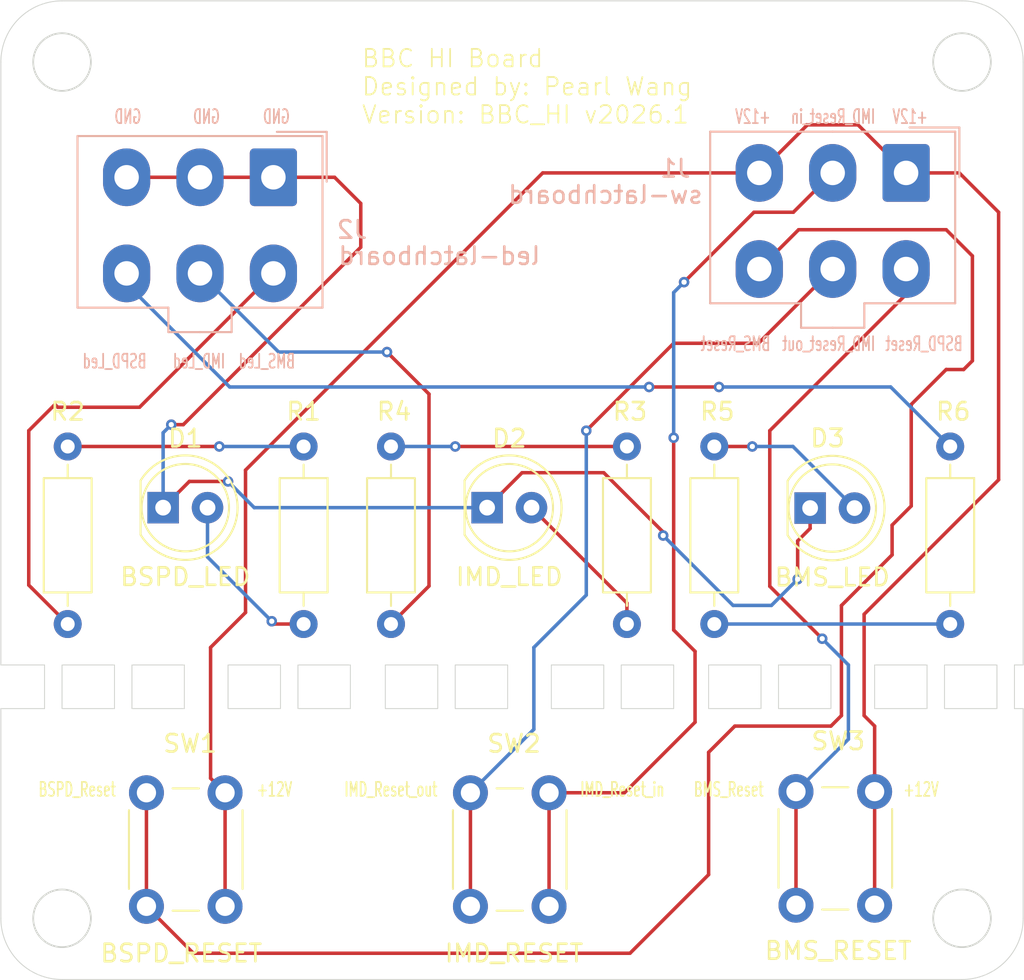
<source format=kicad_pcb>
(kicad_pcb (version 20241229) (generator "pcbnew") (generator_version "9.0")
  (layers (0 "F.Cu" signal) (2 "B.Cu" signal) (13 "F.Paste" user) (15 "B.Paste" user) (5 "F.SilkS" user "F.Silkscreen") (7 "B.SilkS" user "B.Silkscreen") (1 "F.Mask" user) (3 "B.Mask" user) (25 "Edge.Cuts" user))
  (net 0 "")
  (net 1 "Net-(D1-A)")
  (net 2 "Net-(D2-A)")
  (net 3 "Net-(D3-A)")
  (net 4 "Net-(R1-Pad1)")
  (net 5 "BSPD_LED")
  (net 6 "Net-(R3-Pad1)")
  (net 7 "IMD_LED")
  (net 8 "BMS_LED")
  (net 9 "+12V")
  (net 10 "BSPD_RESET")
  (net 11 "BMS_RESET")
  (net 12 "Net-(J1-Pin_2)")
  (net 13 "IMD_RESET")
  (net 14 "Net-(R5-Pad1)")
  (net 15 "GND")
  (footprint "Resistor_THT:R_Axial_DIN0207_L6.3mm_D2.5mm_P10.16mm_Horizontal" (layer "F.Cu") (at 159.23 131.065 90)
    (property "Reference" "R5" (at 12.16 0.175 0) (layer "F.SilkS"))
    (property "Value" "220 ohms")
    (fp_line (start 9.12 0) (end 8.35 0) (stroke (width 0.12)) (layer "F.SilkS"))
    (fp_line (start 1.04 0) (end 1.81 0) (stroke (width 0.12)) (layer "F.SilkS"))
    (fp_rect (start 1.81 -1.37) (end 8.35 1.37) (stroke (width 0.12)) (fill no) (layer "F.SilkS"))
    (pad "1" thru_hole circle (at 0 0 90) (size 1.6 1.6) (drill 0.8) (layers "*.Cu" "*.Mask") (net 14 "Net-(R5-Pad1)"))
    (pad "2" thru_hole circle (at 10.16 0 90) (size 1.6 1.6) (drill 0.8) (layers "*.Cu" "*.Mask") (net 3 "Net-(D3-A)"))
  )
  (footprint "Button_Switch_THT:SW_PUSH_6mm" (layer "F.Cu") (at 145.275029 147.220029 90)
    (property "Reference" "SW2" (at 9.315029 2.494971 0) (layer "F.SilkS"))
    (property "Value" "IMD_RESET" (at -2.684971 2.494971 0) (layer "F.SilkS"))
    (fp_line (start 5.5 -1) (end 1 -1) (stroke (width 0.12)) (layer "F.SilkS"))
    (fp_line (start -0.25 1.5) (end -0.25 3) (stroke (width 0.12)) (layer "F.SilkS"))
    (fp_line (start 6.75 3) (end 6.75 1.5) (stroke (width 0.12)) (layer "F.SilkS"))
    (fp_line (start 1 5.5) (end 5.5 5.5) (stroke (width 0.12)) (layer "F.SilkS"))
    (pad "1" thru_hole circle (at 0 0 180) (size 2 2) (drill 1.1) (layers "*.Cu" "*.Mask") (net 13 "IMD_RESET"))
    (pad "1" thru_hole circle (at 6.5 0 180) (size 2 2) (drill 1.1) (layers "*.Cu" "*.Mask") (net 13 "IMD_RESET"))
    (pad "2" thru_hole circle (at 0 4.5 180) (size 2 2) (drill 1.1) (layers "*.Cu" "*.Mask") (net 12 "Net-(J1-Pin_2)"))
    (pad "2" thru_hole circle (at 6.5 4.5 180) (size 2 2) (drill 1.1) (layers "*.Cu" "*.Mask") (net 12 "Net-(J1-Pin_2)"))
  )
  (footprint "Resistor_THT:R_Axial_DIN0207_L6.3mm_D2.5mm_P10.16mm_Horizontal" (layer "F.Cu") (at 140.73 131.065 90)
    (property "Reference" "R4" (at 12.16 0.175 0) (layer "F.SilkS"))
    (property "Value" "220 ohms")
    (fp_line (start 9.12 0) (end 8.35 0) (stroke (width 0.12)) (layer "F.SilkS"))
    (fp_line (start 1.04 0) (end 1.81 0) (stroke (width 0.12)) (layer "F.SilkS"))
    (fp_rect (start 1.81 -1.37) (end 8.35 1.37) (stroke (width 0.12)) (fill no) (layer "F.SilkS"))
    (pad "1" thru_hole circle (at 0 0 90) (size 1.6 1.6) (drill 0.8) (layers "*.Cu" "*.Mask") (net 7 "IMD_LED"))
    (pad "2" thru_hole circle (at 10.16 0 90) (size 1.6 1.6) (drill 0.8) (layers "*.Cu" "*.Mask") (net 6 "Net-(R3-Pad1)"))
  )
  (footprint "Resistor_THT:R_Axial_DIN0207_L6.3mm_D2.5mm_P10.16mm_Horizontal" (layer "F.Cu") (at 135.73 120.905 -90)
    (property "Reference" "R1" (at -2 0 0) (layer "F.SilkS"))
    (property "Value" "220 ohms")
    (fp_line (start 1.04 0) (end 1.81 0) (stroke (width 0.12)) (layer "F.SilkS"))
    (fp_line (start 9.12 0) (end 8.35 0) (stroke (width 0.12)) (layer "F.SilkS"))
    (fp_rect (start 1.81 -1.37) (end 8.35 1.37) (stroke (width 0.12)) (fill no) (layer "F.SilkS"))
    (pad "1" thru_hole circle (at 0 0 270) (size 1.6 1.6) (drill 0.8) (layers "*.Cu" "*.Mask") (net 4 "Net-(R1-Pad1)"))
    (pad "2" thru_hole circle (at 10.16 0 270) (size 1.6 1.6) (drill 0.8) (layers "*.Cu" "*.Mask") (net 1 "Net-(D1-A)"))
  )
  (footprint "Button_Switch_THT:SW_PUSH_6mm" (layer "F.Cu") (at 126.735029 147.220029 90)
    (property "Reference" "SW1" (at 9.315029 2.494971 0) (layer "F.SilkS"))
    (property "Value" "BSPD_RESET" (at -2.684971 1.994971 0) (layer "F.SilkS"))
    (fp_line (start 5.5 -1) (end 1 -1) (stroke (width 0.12)) (layer "F.SilkS"))
    (fp_line (start -0.25 1.5) (end -0.25 3) (stroke (width 0.12)) (layer "F.SilkS"))
    (fp_line (start 6.75 3) (end 6.75 1.5) (stroke (width 0.12)) (layer "F.SilkS"))
    (fp_line (start 1 5.5) (end 5.5 5.5) (stroke (width 0.12)) (layer "F.SilkS"))
    (pad "1" thru_hole circle (at 0 0 180) (size 2 2) (drill 1.1) (layers "*.Cu" "*.Mask") (net 10 "BSPD_RESET"))
    (pad "1" thru_hole circle (at 6.5 0 180) (size 2 2) (drill 1.1) (layers "*.Cu" "*.Mask") (net 10 "BSPD_RESET"))
    (pad "2" thru_hole circle (at 0 4.5 180) (size 2 2) (drill 1.1) (layers "*.Cu" "*.Mask") (net 9 "+12V"))
    (pad "2" thru_hole circle (at 6.5 4.5 180) (size 2 2) (drill 1.1) (layers "*.Cu" "*.Mask") (net 9 "+12V"))
  )
  (footprint "Resistor_THT:R_Axial_DIN0207_L6.3mm_D2.5mm_P10.16mm_Horizontal" (layer "F.Cu") (at 122.23 131.065 90)
    (property "Reference" "R2" (at 12.16 0 0) (layer "F.SilkS"))
    (property "Value" "220 ohms")
    (fp_line (start 9.12 0) (end 8.35 0) (stroke (width 0.12)) (layer "F.SilkS"))
    (fp_line (start 1.04 0) (end 1.81 0) (stroke (width 0.12)) (layer "F.SilkS"))
    (fp_rect (start 1.81 -1.37) (end 8.35 1.37) (stroke (width 0.12)) (fill no) (layer "F.SilkS"))
    (pad "1" thru_hole circle (at 0 0 90) (size 1.6 1.6) (drill 0.8) (layers "*.Cu" "*.Mask") (net 5 "BSPD_LED"))
    (pad "2" thru_hole circle (at 10.16 0 90) (size 1.6 1.6) (drill 0.8) (layers "*.Cu" "*.Mask") (net 4 "Net-(R1-Pad1)"))
  )
  (footprint "LED_THT:LED_D5.0mm" (layer "F.Cu") (at 146.23 124.405)
    (property "Reference" "D2" (at 1.27 -3.96 0) (layer "F.SilkS"))
    (property "Value" "IMD_LED" (at 1.27 3.96 0) (layer "F.SilkS"))
    (fp_line (start -1.29 -1.545) (end -1.29 1.545) (stroke (width 0.12)) (layer "F.SilkS"))
    (fp_arc (start -1.29 -1.54483) (mid 2.071779 -2.880495) (end 4.26 0) (stroke (width 0.12)) (layer "F.SilkS"))
    (fp_arc (start 4.26 0) (mid 2.071779 2.880495) (end -1.29 1.54483) (stroke (width 0.12)) (layer "F.SilkS"))
    (fp_circle (center 1.27 0) (end 3.77 0) (stroke (width 0.12)) (fill no) (layer "F.SilkS"))
    (pad "1" thru_hole rect (at 0 0) (size 1.8 1.8) (drill 0.9) (layers "*.Cu" "*.Mask") (net 15 "GND"))
    (pad "2" thru_hole circle (at 2.54 0) (size 1.8 1.8) (drill 0.9) (layers "*.Cu" "*.Mask") (net 2 "Net-(D2-A)"))
  )
  (footprint "Resistor_THT:R_Axial_DIN0207_L6.3mm_D2.5mm_P10.16mm_Horizontal" (layer "F.Cu") (at 172.73 120.905 -90)
    (property "Reference" "R6" (at -2 -0.175 0) (layer "F.SilkS"))
    (property "Value" "220 ohms")
    (fp_line (start 1.04 0) (end 1.81 0) (stroke (width 0.12)) (layer "F.SilkS"))
    (fp_line (start 9.12 0) (end 8.35 0) (stroke (width 0.12)) (layer "F.SilkS"))
    (fp_rect (start 1.81 -1.37) (end 8.35 1.37) (stroke (width 0.12)) (fill no) (layer "F.SilkS"))
    (pad "1" thru_hole circle (at 0 0 270) (size 1.6 1.6) (drill 0.8) (layers "*.Cu" "*.Mask") (net 8 "BMS_LED"))
    (pad "2" thru_hole circle (at 10.16 0 270) (size 1.6 1.6) (drill 0.8) (layers "*.Cu" "*.Mask") (net 14 "Net-(R5-Pad1)"))
  )
  (footprint "Button_Switch_THT:SW_PUSH_6mm" (layer "F.Cu") (at 163.905 147.155 90)
    (property "Reference" "SW3" (at 9.393712 2.416288 0) (layer "F.SilkS"))
    (property "Value" "BMS_RESET" (at -2.606288 2.416288 0) (layer "F.SilkS"))
    (fp_line (start 5.5 -1) (end 1 -1) (stroke (width 0.12)) (layer "F.SilkS"))
    (fp_line (start -0.25 1.5) (end -0.25 3) (stroke (width 0.12)) (layer "F.SilkS"))
    (fp_line (start 6.75 3) (end 6.75 1.5) (stroke (width 0.12)) (layer "F.SilkS"))
    (fp_line (start 1 5.5) (end 5.5 5.5) (stroke (width 0.12)) (layer "F.SilkS"))
    (pad "1" thru_hole circle (at 0 0 180) (size 2 2) (drill 1.1) (layers "*.Cu" "*.Mask") (net 11 "BMS_RESET"))
    (pad "1" thru_hole circle (at 6.5 0 180) (size 2 2) (drill 1.1) (layers "*.Cu" "*.Mask") (net 11 "BMS_RESET"))
    (pad "2" thru_hole circle (at 0 4.5 180) (size 2 2) (drill 1.1) (layers "*.Cu" "*.Mask") (net 9 "+12V"))
    (pad "2" thru_hole circle (at 6.5 4.5 180) (size 2 2) (drill 1.1) (layers "*.Cu" "*.Mask") (net 9 "+12V"))
  )
  (footprint "LED_THT:LED_D5.0mm" (layer "F.Cu") (at 164.713712 124.428712)
    (property "Reference" "D3" (at 1 -4 0) (layer "F.SilkS"))
    (property "Value" "BMS_LED" (at 1.27 3.96 0) (layer "F.SilkS"))
    (fp_line (start -1.29 -1.545) (end -1.29 1.545) (stroke (width 0.12)) (layer "F.SilkS"))
    (fp_arc (start -1.29 -1.54483) (mid 2.071779 -2.880495) (end 4.26 0) (stroke (width 0.12)) (layer "F.SilkS"))
    (fp_arc (start 4.26 0) (mid 2.071779 2.880495) (end -1.29 1.54483) (stroke (width 0.12)) (layer "F.SilkS"))
    (fp_circle (center 1.27 0) (end 3.77 0) (stroke (width 0.12)) (fill no) (layer "F.SilkS"))
    (pad "1" thru_hole rect (at 0 0) (size 1.8 1.8) (drill 0.9) (layers "*.Cu" "*.Mask") (net 15 "GND"))
    (pad "2" thru_hole circle (at 2.54 0) (size 1.8 1.8) (drill 0.9) (layers "*.Cu" "*.Mask") (net 3 "Net-(D3-A)"))
  )
  (footprint "LED_THT:LED_D5.0mm" (layer "F.Cu") (at 127.69 124.405)
    (property "Reference" "D1" (at 1.27 -3.96 0) (layer "F.SilkS"))
    (property "Value" "BSPD_LED" (at 1.27 3.96 0) (layer "F.SilkS"))
    (fp_line (start -1.29 -1.545) (end -1.29 1.545) (stroke (width 0.12)) (layer "F.SilkS"))
    (fp_arc (start -1.29 -1.54483) (mid 2.071779 -2.880495) (end 4.26 0) (stroke (width 0.12)) (layer "F.SilkS"))
    (fp_arc (start 4.26 0) (mid 2.071779 2.880495) (end -1.29 1.54483) (stroke (width 0.12)) (layer "F.SilkS"))
    (fp_circle (center 1.27 0) (end 3.77 0) (stroke (width 0.12)) (fill no) (layer "F.SilkS"))
    (pad "1" thru_hole rect (at 0 0) (size 1.8 1.8) (drill 0.9) (layers "*.Cu" "*.Mask") (net 15 "GND"))
    (pad "2" thru_hole circle (at 2.54 0) (size 1.8 1.8) (drill 0.9) (layers "*.Cu" "*.Mask") (net 1 "Net-(D1-A)"))
  )
  (footprint "Resistor_THT:R_Axial_DIN0207_L6.3mm_D2.5mm_P10.16mm_Horizontal" (layer "F.Cu") (at 154.23 120.905 -90)
    (property "Reference" "R3" (at -2 -0.175 0) (layer "F.SilkS"))
    (property "Value" "220 ohms")
    (fp_line (start 1.04 0) (end 1.81 0) (stroke (width 0.12)) (layer "F.SilkS"))
    (fp_line (start 9.12 0) (end 8.35 0) (stroke (width 0.12)) (layer "F.SilkS"))
    (fp_rect (start 1.81 -1.37) (end 8.35 1.37) (stroke (width 0.12)) (fill no) (layer "F.SilkS"))
    (pad "1" thru_hole circle (at 0 0 270) (size 1.6 1.6) (drill 0.8) (layers "*.Cu" "*.Mask") (net 6 "Net-(R3-Pad1)"))
    (pad "2" thru_hole circle (at 10.16 0 270) (size 1.6 1.6) (drill 0.8) (layers "*.Cu" "*.Mask") (net 2 "Net-(D2-A)"))
  )
  (footprint "Connector_Molex:Molex_Mini-Fit_Jr_5566-06A_2x03_P4.20mm_Vertical" (layer "B.Cu") (at 170.205 105.25 180)
    (property "Reference" "J1" (at 13.205 0.25 0) (layer "B.SilkS") (effects (justify mirror)))
    (property "Value" "sw-latchboard" (at 17.205 -1.25 0) (layer "B.SilkS") (effects (justify mirror)))
    (fp_line (start 11.21 2.36) (end 11.21 -7.46) (stroke (width 0.12)) (layer "B.SilkS"))
    (fp_line (start 11.21 -7.46) (end 6.01 -7.46) (stroke (width 0.12)) (layer "B.SilkS"))
    (fp_line (start 6.01 -7.46) (end 6.01 -8.86) (stroke (width 0.12)) (layer "B.SilkS"))
    (fp_line (start 6.01 -8.86) (end 4.2 -8.86) (stroke (width 0.12)) (layer "B.SilkS"))
    (fp_line (start 4.2 2.36) (end 11.21 2.36) (stroke (width 0.12)) (layer "B.SilkS"))
    (fp_line (start 4.2 2.36) (end -2.81 2.36) (stroke (width 0.12)) (layer "B.SilkS"))
    (fp_line (start 2.39 -7.46) (end 2.39 -8.86) (stroke (width 0.12)) (layer "B.SilkS"))
    (fp_line (start 2.39 -8.86) (end 4.2 -8.86) (stroke (width 0.12)) (layer "B.SilkS"))
    (fp_line (start -0.2 2.6) (end -3.05 2.6) (stroke (width 0.12)) (layer "B.SilkS"))
    (fp_line (start -2.81 2.36) (end -2.81 -7.46) (stroke (width 0.12)) (layer "B.SilkS"))
    (fp_line (start -2.81 -7.46) (end 2.39 -7.46) (stroke (width 0.12)) (layer "B.SilkS"))
    (fp_line (start -3.05 2.6) (end -3.05 -0.25) (stroke (width 0.12)) (layer "B.SilkS"))
    (pad "1" thru_hole roundrect (at 0 0 180) (size 2.7 3.3) (drill 1.4) (layers "*.Cu" "*.Mask") (roundrect_rratio 0.092593) (net 9 "+12V"))
    (pad "2" thru_hole oval (at 4.2 0 180) (size 2.7 3.3) (drill 1.4) (layers "*.Cu" "*.Mask") (net 12 "Net-(J1-Pin_2)"))
    (pad "3" thru_hole oval (at 8.4 0 180) (size 2.7 3.3) (drill 1.4) (layers "*.Cu" "*.Mask") (net 9 "+12V"))
    (pad "4" thru_hole oval (at 0 -5.5 180) (size 2.7 3.3) (drill 1.4) (layers "*.Cu" "*.Mask") (net 11 "BMS_RESET"))
    (pad "5" thru_hole oval (at 4.2 -5.5 180) (size 2.7 3.3) (drill 1.4) (layers "*.Cu" "*.Mask") (net 13 "IMD_RESET"))
    (pad "6" thru_hole oval (at 8.4 -5.5 180) (size 2.7 3.3) (drill 1.4) (layers "*.Cu" "*.Mask") (net 10 "BSPD_RESET"))
  )
  (footprint "Connector_Molex:Molex_Mini-Fit_Jr_5566-06A_2x03_P4.20mm_Vertical" (layer "B.Cu") (at 134 105.5 180)
    (property "Reference" "J2" (at -4.5 -3 0) (layer "B.SilkS") (effects (justify mirror)))
    (property "Value" "led-latchboard" (at -9.5 -4.5 0) (layer "B.SilkS") (effects (justify mirror)))
    (fp_line (start 11.21 2.36) (end 11.21 -7.46) (stroke (width 0.12)) (layer "B.SilkS"))
    (fp_line (start 11.21 -7.46) (end 6.01 -7.46) (stroke (width 0.12)) (layer "B.SilkS"))
    (fp_line (start 6.01 -7.46) (end 6.01 -8.86) (stroke (width 0.12)) (layer "B.SilkS"))
    (fp_line (start 6.01 -8.86) (end 4.2 -8.86) (stroke (width 0.12)) (layer "B.SilkS"))
    (fp_line (start 4.2 2.36) (end 11.21 2.36) (stroke (width 0.12)) (layer "B.SilkS"))
    (fp_line (start 4.2 2.36) (end -2.81 2.36) (stroke (width 0.12)) (layer "B.SilkS"))
    (fp_line (start 2.39 -7.46) (end 2.39 -8.86) (stroke (width 0.12)) (layer "B.SilkS"))
    (fp_line (start 2.39 -8.86) (end 4.2 -8.86) (stroke (width 0.12)) (layer "B.SilkS"))
    (fp_line (start -0.2 2.6) (end -3.05 2.6) (stroke (width 0.12)) (layer "B.SilkS"))
    (fp_line (start -2.81 2.36) (end -2.81 -7.46) (stroke (width 0.12)) (layer "B.SilkS"))
    (fp_line (start -2.81 -7.46) (end 2.39 -7.46) (stroke (width 0.12)) (layer "B.SilkS"))
    (fp_line (start -3.05 2.6) (end -3.05 -0.25) (stroke (width 0.12)) (layer "B.SilkS"))
    (pad "1" thru_hole roundrect (at 0 0 180) (size 2.7 3.3) (drill 1.4) (layers "*.Cu" "*.Mask") (roundrect_rratio 0.092593) (net 15 "GND"))
    (pad "2" thru_hole oval (at 4.2 0 180) (size 2.7 3.3) (drill 1.4) (layers "*.Cu" "*.Mask") (net 15 "GND"))
    (pad "3" thru_hole oval (at 8.4 0 180) (size 2.7 3.3) (drill 1.4) (layers "*.Cu" "*.Mask") (net 15 "GND"))
    (pad "4" thru_hole oval (at 0 -5.5 180) (size 2.7 3.3) (drill 1.4) (layers "*.Cu" "*.Mask") (net 5 "BSPD_LED"))
    (pad "5" thru_hole oval (at 4.2 -5.5 180) (size 2.7 3.3) (drill 1.4) (layers "*.Cu" "*.Mask") (net 7 "IMD_LED"))
    (pad "6" thru_hole oval (at 8.4 -5.5 180) (size 2.7 3.3) (drill 1.4) (layers "*.Cu" "*.Mask") (net 8 "BMS_LED"))
  )
  (gr_rect (start 144.405 133.405) (end 147.405 135.905) (stroke (width 0.05)) (fill no) (layer "Edge.Cuts"))
  (gr_arc (start 173.405 95.405) (mid 175.879874 96.430126) (end 176.905 98.905) (stroke (width 0.05)) (layer "Edge.Cuts"))
  (gr_rect (start 162.905 133.405) (end 165.905 135.905) (stroke (width 0.05)) (fill no) (layer "Edge.Cuts"))
  (gr_rect (start 125.905 133.405) (end 128.905 135.905) (stroke (width 0.05)) (fill no) (layer "Edge.Cuts"))
  (gr_line (start 121.905 95.405) (end 173.405 95.405) (stroke (width 0.05)) (layer "Edge.Cuts"))
  (gr_line (start 176.905 98.905) (end 176.905 133.405) (stroke (width 0.05)) (layer "Edge.Cuts"))
  (gr_rect (start 158.905 133.405) (end 161.905 135.905) (stroke (width 0.05)) (fill no) (layer "Edge.Cuts"))
  (gr_rect (start 140.405 133.405) (end 143.405 135.905) (stroke (width 0.05)) (fill no) (layer "Edge.Cuts"))
  (gr_circle (center 121.905 98.905) (end 123.555 98.905) (stroke (width 0.1)) (fill no) (layer "Edge.Cuts"))
  (gr_arc (start 118.405 98.905) (mid 119.430126 96.430126) (end 121.905 95.405) (stroke (width 0.05)) (layer "Edge.Cuts"))
  (gr_line (start 120.905 135.905) (end 118.405 135.905) (stroke (width 0.05)) (layer "Edge.Cuts"))
  (gr_line (start 120.905 133.405) (end 120.905 135.905) (stroke (width 0.05)) (layer "Edge.Cuts"))
  (gr_rect (start 172.405 133.405) (end 175.405 135.905) (stroke (width 0.05)) (fill no) (layer "Edge.Cuts"))
  (gr_circle (center 121.905 147.905) (end 123.555 147.905) (stroke (width 0.1)) (fill no) (layer "Edge.Cuts"))
  (gr_rect (start 153.905 133.405) (end 156.905 135.905) (stroke (width 0.05)) (fill no) (layer "Edge.Cuts"))
  (gr_line (start 173.405 151.405) (end 121.905 151.405) (stroke (width 0.05)) (layer "Edge.Cuts"))
  (gr_line (start 176.405 133.405) (end 176.405 135.905) (stroke (width 0.05)) (layer "Edge.Cuts"))
  (gr_line (start 118.405 98.905) (end 118.405 133.405) (stroke (width 0.05)) (layer "Edge.Cuts"))
  (gr_arc (start 121.905 151.405) (mid 119.430126 150.379874) (end 118.405 147.905) (stroke (width 0.05)) (layer "Edge.Cuts"))
  (gr_line (start 176.905 135.905) (end 176.905 147.905) (stroke (width 0.05)) (layer "Edge.Cuts"))
  (gr_arc (start 176.905 147.905) (mid 175.879874 150.379874) (end 173.405 151.405) (stroke (width 0.05)) (layer "Edge.Cuts"))
  (gr_circle (center 173.405 98.905) (end 175.055 98.905) (stroke (width 0.1)) (fill no) (layer "Edge.Cuts"))
  (gr_rect (start 168.405 133.405) (end 171.405 135.905) (stroke (width 0.05)) (fill no) (layer "Edge.Cuts"))
  (gr_line (start 118.405 135.905) (end 118.405 147.905) (stroke (width 0.05)) (layer "Edge.Cuts"))
  (gr_rect (start 121.905 133.405) (end 124.905 135.905) (stroke (width 0.05)) (fill no) (layer "Edge.Cuts"))
  (gr_circle (center 173.405 147.905) (end 175.055 147.905) (stroke (width 0.1)) (fill no) (layer "Edge.Cuts"))
  (gr_rect (start 149.905 133.405) (end 152.905 135.905) (stroke (width 0.05)) (fill no) (layer "Edge.Cuts"))
  (gr_line (start 176.405 135.905) (end 176.905 135.905) (stroke (width 0.05)) (layer "Edge.Cuts"))
  (gr_line (start 120.905 133.405) (end 118.405 133.405) (stroke (width 0.05)) (layer "Edge.Cuts"))
  (gr_rect (start 135.405 133.405) (end 138.405 135.905) (stroke (width 0.05)) (fill no) (layer "Edge.Cuts"))
  (gr_line (start 176.905 133.405) (end 176.405 133.405) (stroke (width 0.05)) (layer "Edge.Cuts"))
  (gr_rect (start 131.405 133.405) (end 134.405 135.905) (stroke (width 0.05)) (fill no) (layer "Edge.Cuts"))
  (gr_text "IMD_Reset_out" (at 138 141 0) (layer "F.SilkS") (effects (font (size 0.8 0.5) (thickness 0.1)) (justify left bottom)))
  (gr_text "+12V" (at 133 141 0) (layer "F.SilkS") (effects (font (size 0.8 0.5) (thickness 0.1)) (justify left bottom)))
  (gr_text "BMS_Reset" (at 158 141 0) (layer "F.SilkS") (effects (font (size 0.8 0.5) (thickness 0.1)) (justify left bottom)))
  (gr_text "+12V" (at 170 141 0) (layer "F.SilkS") (effects (font (size 0.8 0.5) (thickness 0.1)) (justify left bottom)))
  (gr_text "IMD_Reset_in" (at 151.5 141 0) (layer "F.SilkS") (effects (font (size 0.8 0.5) (thickness 0.1)) (justify left bottom)))
  (gr_text "BSPD_Reset" (at 120.5 141 0) (layer "F.SilkS") (effects (font (size 0.8 0.5) (thickness 0.1)) (justify left bottom)))
  (gr_text "BBC HI Board\nDesigned by: Pearl Wang\nVersion: BBC_HI v2026.1" (at 139 102.5 0) (layer "F.SilkS") (effects (font (size 1 1) (thickness 0.1)) (justify left bottom)))
  (gr_text "BSPD_Reset" (at 173.5 115.5 0) (layer "B.SilkS") (effects (font (size 0.8 0.5) (thickness 0.1)) (justify left bottom mirror)))
  (gr_text "BMS_Led" (at 135.3 116.5 0) (layer "B.SilkS") (effects (font (size 0.8 0.5) (thickness 0.1)) (justify left bottom mirror)))
  (gr_text "IMD_Reset_in" (at 168.5 102.5 0) (layer "B.SilkS") (effects (font (size 0.8 0.5) (thickness 0.1)) (justify left bottom mirror)))
  (gr_text "IMD_Reset_out\n" (at 168.5 115.5 0) (layer "B.SilkS") (effects (font (size 0.8 0.5) (thickness 0.1)) (justify left bottom mirror)))
  (gr_text "BMS_Reset" (at 162.5 115.5 0) (layer "B.SilkS") (effects (font (size 0.8 0.5) (thickness 0.1)) (justify left bottom mirror)))
  (gr_text "BSPD_Led" (at 126.8 116.5 0) (layer "B.SilkS") (effects (font (size 0.8 0.5) (thickness 0.1)) (justify left bottom mirror)))
  (gr_text "+12V" (at 171.5 102.5 0) (layer "B.SilkS") (effects (font (size 0.8 0.5) (thickness 0.1)) (justify left bottom mirror)))
  (gr_text "GND" (at 135 102.5 0) (layer "B.SilkS") (effects (font (size 0.8 0.5) (thickness 0.1)) (justify left bottom mirror)))
  (gr_text "GND" (at 126.5 102.5 0) (layer "B.SilkS") (effects (font (size 0.8 0.5) (thickness 0.1)) (justify left bottom mirror)))
  (gr_text "IMD_Led" (at 131.3 116.5 0) (layer "B.SilkS") (effects (font (size 0.8 0.5) (thickness 0.1)) (justify left bottom mirror)))
  (gr_text "GND" (at 131 102.5 0) (layer "B.SilkS") (effects (font (size 0.8 0.5) (thickness 0.1)) (justify left bottom mirror)))
  (gr_text "+12V" (at 162.5 102.5 0) (layer "B.SilkS") (effects (font (size 0.8 0.5) (thickness 0.1)) (justify left bottom mirror)))
  (segment (start 135.73 131.065) (end 134.065 131.065) (width 0.2) (layer "F.Cu") (net 1))
  (segment (start 134.065 131.065) (end 133.905 130.905) (width 0.2) (layer "F.Cu") (net 1))
  (via (at 133.905 130.905) (size 0.6) (drill 0.3) (layers "F.Cu" "B.Cu") (net 1))
  (segment (start 133.905 130.905) (end 130.23 127.23) (width 0.2) (layer "B.Cu") (net 1))
  (segment (start 130.23 127.23) (end 130.23 124.405) (width 0.2) (layer "B.Cu") (net 1))
  (segment (start 148.77 124.405) (end 154.23 129.865) (width 0.2) (layer "F.Cu") (net 2))
  (segment (start 154.23 129.865) (end 154.23 131.065) (width 0.2) (layer "F.Cu") (net 2))
  (segment (start 159.23 120.905) (end 161.405 120.905) (width 0.2) (layer "F.Cu") (net 3))
  (via (at 161.405 120.905) (size 0.6) (drill 0.3) (layers "F.Cu" "B.Cu") (net 3))
  (segment (start 163.73 120.905) (end 167.253712 124.428712) (width 0.2) (layer "B.Cu") (net 3))
  (segment (start 161.405 120.905) (end 163.73 120.905) (width 0.2) (layer "B.Cu") (net 3))
  (segment (start 122.23 120.905) (end 130.905 120.905) (width 0.2) (layer "F.Cu") (net 4))
  (segment (start 122.23 121.405) (end 122.73 120.905) (width 0.2) (layer "F.Cu") (net 4))
  (via (at 130.905 120.905) (size 0.6) (drill 0.3) (layers "F.Cu" "B.Cu") (net 4))
  (segment (start 130.905 120.905) (end 135.73 120.905) (width 0.2) (layer "B.Cu") (net 4))
  (segment (start 121.659943 118.659943) (end 121.5 118.5) (width 0.2) (layer "F.Cu") (net 5))
  (segment (start 120 120) (end 120 128.835) (width 0.2) (layer "F.Cu") (net 5))
  (segment (start 120 128.835) (end 120.165 129) (width 0.2) (layer "F.Cu") (net 5))
  (segment (start 126.340057 118.659943) (end 121.659943 118.659943) (width 0.2) (layer "F.Cu") (net 5))
  (segment (start 121.5 118.5) (end 120 120) (width 0.2) (layer "F.Cu") (net 5))
  (segment (start 120.165 129) (end 122.23 131.065) (width 0.2) (layer "F.Cu") (net 5))
  (segment (start 134 111) (end 126.340057 118.659943) (width 0.2) (layer "F.Cu") (net 5))
  (segment (start 154.23 120.905) (end 144.405 120.905) (width 0.2) (layer "F.Cu") (net 6))
  (via (at 144.405 120.905) (size 0.6) (drill 0.3) (layers "F.Cu" "B.Cu") (net 6))
  (segment (start 144.405 120.905) (end 140.73 120.905) (width 0.2) (layer "B.Cu") (net 6))
  (segment (start 140.5 115.5) (end 142.905 117.905) (width 0.2) (layer "F.Cu") (net 7))
  (segment (start 142.905 117.905) (end 142.905 128.89) (width 0.2) (layer "F.Cu") (net 7))
  (segment (start 142.905 128.89) (end 140.73 131.065) (width 0.2) (layer "F.Cu") (net 7))
  (via (at 140.5 115.5) (size 0.6) (drill 0.3) (layers "F.Cu" "B.Cu") (net 7))
  (segment (start 129.8 111) (end 134.3 115.5) (width 0.2) (layer "B.Cu") (net 7))
  (segment (start 134.3 115.5) (end 140.5 115.5) (width 0.2) (layer "B.Cu") (net 7))
  (segment (start 155.5 117.5) (end 159.5 117.5) (width 0.2) (layer "F.Cu") (net 8))
  (via (at 159.5 117.5) (size 0.6) (drill 0.3) (layers "F.Cu" "B.Cu") (net 8))
  (via (at 155.5 117.5) (size 0.6) (drill 0.3) (layers "F.Cu" "B.Cu") (net 8))
  (segment (start 131.5 117.5) (end 155.5 117.5) (width 0.2) (layer "B.Cu") (net 8))
  (segment (start 169.325 117.5) (end 159.5 117.5) (width 0.2) (layer "B.Cu") (net 8))
  (segment (start 125.6 111.6) (end 131 117) (width 0.2) (layer "B.Cu") (net 8))
  (segment (start 125.6 111) (end 125.6 111.6) (width 0.2) (layer "B.Cu") (net 8))
  (segment (start 131 117) (end 131.5 117.5) (width 0.2) (layer "B.Cu") (net 8))
  (segment (start 172.73 120.905) (end 169.325 117.5) (width 0.2) (layer "B.Cu") (net 8))
  (segment (start 131.235029 147.220029) (end 131.235029 140.720029) (width 0.2) (layer "F.Cu") (net 9))
  (segment (start 170.205 105.25) (end 173.25 105.25) (width 0.2) (layer "F.Cu") (net 9))
  (segment (start 132.405 130.405) (end 130.405 132.405) (width 0.2) (layer "F.Cu") (net 9))
  (segment (start 164.5 102.5) (end 164.5 102.555) (width 0.2) (layer "F.Cu") (net 9))
  (segment (start 167.455 102.5) (end 164.5 102.5) (width 0.2) (layer "F.Cu") (net 9))
  (segment (start 170.205 105.25) (end 167.455 102.5) (width 0.2) (layer "F.Cu") (net 9))
  (segment (start 149.412057 105.25) (end 132.405 122.257057) (width 0.2) (layer "F.Cu") (net 9))
  (segment (start 130.405 132.405) (end 130.405 139.89) (width 0.2) (layer "F.Cu") (net 9))
  (segment (start 168.405 136.905) (end 168.405 140.655) (width 0.2) (layer "F.Cu") (net 9))
  (segment (start 167.804 130.506) (end 167.804 136.304) (width 0.2) (layer "F.Cu") (net 9))
  (segment (start 164.5 102.555) (end 161.805 105.25) (width 0.2) (layer "F.Cu") (net 9))
  (segment (start 168.405 140.655) (end 168.405 147.155) (width 0.2) (layer "F.Cu") (net 9))
  (segment (start 175.5 122.81) (end 167.804 130.506) (width 0.2) (layer "F.Cu") (net 9))
  (segment (start 130.405 139.89) (end 131.235029 140.720029) (width 0.2) (layer "F.Cu") (net 9))
  (segment (start 173.25 105.25) (end 175.5 107.5) (width 0.2) (layer "F.Cu") (net 9))
  (segment (start 167.804 136.304) (end 168.405 136.905) (width 0.2) (layer "F.Cu") (net 9))
  (segment (start 132.405 122.257057) (end 132.405 130.405) (width 0.2) (layer "F.Cu") (net 9))
  (segment (start 175.5 107.5) (end 175.5 122.81) (width 0.2) (layer "F.Cu") (net 9))
  (segment (start 161.805 105.25) (end 149.412057 105.25) (width 0.2) (layer "F.Cu") (net 9))
  (segment (start 169.405 125.405) (end 169.405 127.107) (width 0.2) (layer "F.Cu") (net 10))
  (segment (start 158.905 145.405) (end 154.405 149.905) (width 0.2) (layer "F.Cu") (net 10))
  (segment (start 174 110) (end 174 116) (width 0.2) (layer "F.Cu") (net 10))
  (segment (start 172.5 108.5) (end 174 110) (width 0.2) (layer "F.Cu") (net 10))
  (segment (start 166.506 130.006) (end 166.506 136.304) (width 0.2) (layer "F.Cu") (net 10))
  (segment (start 169.405 127.107) (end 166.506 130.006) (width 0.2) (layer "F.Cu") (net 10))
  (segment (start 158.905 138.405) (end 158.905 145.405) (width 0.2) (layer "F.Cu") (net 10))
  (segment (start 126.735029 147.220029) (end 126.735029 140.720029) (width 0.2) (layer "F.Cu") (net 10))
  (segment (start 166.506 136.304) (end 165.905 136.905) (width 0.2) (layer "F.Cu") (net 10))
  (segment (start 173.5 116.5) (end 172.5 116.5) (width 0.2) (layer "F.Cu") (net 10))
  (segment (start 172.5 116.5) (end 170.5 118.5) (width 0.2) (layer "F.Cu") (net 10))
  (segment (start 161.805 110.75) (end 164.055 108.5) (width 0.2) (layer "F.Cu") (net 10))
  (segment (start 154.405 149.905) (end 129.42 149.905) (width 0.2) (layer "F.Cu") (net 10))
  (segment (start 174 116) (end 173.5 116.5) (width 0.2) (layer "F.Cu") (net 10))
  (segment (start 129.42 149.905) (end 126.735029 147.220029) (width 0.2) (layer "F.Cu") (net 10))
  (segment (start 164.055 108.5) (end 172.5 108.5) (width 0.2) (layer "F.Cu") (net 10))
  (segment (start 170.5 124.31) (end 169.405 125.405) (width 0.2) (layer "F.Cu") (net 10))
  (segment (start 170.5 118.5) (end 170.5 124.31) (width 0.2) (layer "F.Cu") (net 10))
  (segment (start 165.905 136.905) (end 160.405 136.905) (width 0.2) (layer "F.Cu") (net 10))
  (segment (start 160.405 136.905) (end 158.905 138.405) (width 0.2) (layer "F.Cu") (net 10))
  (segment (start 170.205 112.2) (end 162.405 120) (width 0.2) (layer "F.Cu") (net 11))
  (segment (start 162.405 128.905) (end 165.405 131.905) (width 0.2) (layer "F.Cu") (net 11))
  (segment (start 162.405 120) (end 162.405 128.905) (width 0.2) (layer "F.Cu") (net 11))
  (segment (start 170.205 110.75) (end 170.205 112.2) (width 0.2) (layer "F.Cu") (net 11))
  (segment (start 163.905 140.655) (end 163.905 147.155) (width 0.2) (layer "F.Cu") (net 11))
  (via (at 165.405 131.905) (size 0.6) (drill 0.3) (layers "F.Cu" "B.Cu") (net 11))
  (segment (start 166.905 133.405) (end 166.905 137.655) (width 0.2) (layer "B.Cu") (net 11))
  (segment (start 165.405 131.905) (end 166.905 133.405) (width 0.2) (layer "B.Cu") (net 11))
  (segment (start 166.905 137.655) (end 163.905 140.655) (width 0.2) (layer "B.Cu") (net 11))
  (segment (start 149.775029 140.720029) (end 149.775029 147.220029) (width 0.2) (layer "F.Cu") (net 12))
  (segment (start 156.905 131.405) (end 156.905 120.405) (width 0.2) (layer "F.Cu") (net 12))
  (segment (start 161.5 107.5) (end 157.5 111.5) (width 0.2) (layer "F.Cu") (net 12))
  (segment (start 158.129 132.629) (end 156.905 131.405) (width 0.2) (layer "F.Cu") (net 12))
  (segment (start 149.775029 140.720029) (end 154.089971 140.720029) (width 0.2) (layer "F.Cu") (net 12))
  (segment (start 166.005 105.25) (end 163.755 107.5) (width 0.2) (layer "F.Cu") (net 12))
  (segment (start 154.089971 140.720029) (end 158.129 136.681) (width 0.2) (layer "F.Cu") (net 12))
  (segment (start 158.129 136.681) (end 158.129 132.629) (width 0.2) (layer "F.Cu") (net 12))
  (segment (start 163.755 107.5) (end 161.5 107.5) (width 0.2) (layer "F.Cu") (net 12))
  (via (at 156.905 120.405) (size 0.6) (drill 0.3) (layers "F.Cu" "B.Cu") (net 12))
  (via (at 157.5 111.5) (size 0.6) (drill 0.3) (layers "F.Cu" "B.Cu") (net 12))
  (segment (start 156.905 112.095) (end 156.905 120.405) (width 0.2) (layer "B.Cu") (net 12))
  (segment (start 157.5 111.5) (end 156.905 112.095) (width 0.2) (layer "B.Cu") (net 12))
  (segment (start 166.005 110.75) (end 161.755 115) (width 0.2) (layer "F.Cu") (net 13))
  (segment (start 156.905 115) (end 151.905 120) (width 0.2) (layer "F.Cu") (net 13))
  (segment (start 161.755 115) (end 156.905 115) (width 0.2) (layer "F.Cu") (net 13))
  (segment (start 145.275029 140.720029) (end 145.275029 147.220029) (width 0.2) (layer "F.Cu") (net 13))
  (via (at 151.905 120) (size 0.6) (drill 0.3) (layers "F.Cu" "B.Cu") (net 13))
  (segment (start 151.905 119.905) (end 151.905 120) (width 0.2) (layer "B.Cu") (net 13))
  (segment (start 151.905 129.405) (end 148.905 132.405) (width 0.2) (layer "B.Cu") (net 13))
  (segment (start 148.905 137.090058) (end 145.275029 140.720029) (width 0.2) (layer "B.Cu") (net 13))
  (segment (start 151.905 120) (end 151.905 129.405) (width 0.2) (layer "B.Cu") (net 13))
  (segment (start 148.905 132.405) (end 148.905 137.090058) (width 0.2) (layer "B.Cu") (net 13))
  (segment (start 172.73 131.065) (end 159.23 131.065) (width 0.2) (layer "B.Cu") (net 14))
  (segment (start 164.713712 124.428712) (end 164.713712 125.596288) (width 0.2) (layer "F.Cu") (net 15))
  (segment (start 137.5 105.5) (end 139 107) (width 0.2) (layer "F.Cu") (net 15))
  (segment (start 134 105.5) (end 137.5 105.5) (width 0.2) (layer "F.Cu") (net 15))
  (segment (start 128.845 119.655) (end 128.155 119.655) (width 0.2) (layer "F.Cu") (net 15))
  (segment (start 129.8 105.5) (end 134 105.5) (width 0.2) (layer "F.Cu") (net 15))
  (segment (start 127.69 124.405) (end 129.19 122.905) (width 0.2) (layer "F.Cu") (net 15))
  (segment (start 129.19 122.905) (end 131.405 122.905) (width 0.2) (layer "F.Cu") (net 15))
  (segment (start 139 107) (end 139 109.5) (width 0.2) (layer "F.Cu") (net 15))
  (segment (start 164.155 126.155) (end 164 126.31) (width 0.2) (layer "F.Cu") (net 15))
  (segment (start 164 126.31) (end 164 128.5) (width 0.2) (layer "F.Cu") (net 15))
  (segment (start 125.6 105.5) (end 129.8 105.5) (width 0.2) (layer "F.Cu") (net 15))
  (segment (start 148.23 122.405) (end 146.23 124.405) (width 0.2) (layer "F.Cu") (net 15))
  (segment (start 139 109.5) (end 128.845 119.655) (width 0.2) (layer "F.Cu") (net 15))
  (segment (start 152.905 122.405) (end 148.23 122.405) (width 0.2) (layer "F.Cu") (net 15))
  (segment (start 164.713712 125.596288) (end 164.155 126.155) (width 0.2) (layer "F.Cu") (net 15))
  (segment (start 156.305 126) (end 156.305 125.805) (width 0.2) (layer "F.Cu") (net 15))
  (segment (start 127.69 124.405) (end 127.69 123.945) (width 0.2) (layer "F.Cu") (net 15))
  (segment (start 156.305 125.805) (end 152.905 122.405) (width 0.2) (layer "F.Cu") (net 15))
  (via (at 131.405 122.905) (size 0.6) (drill 0.3) (layers "F.Cu" "B.Cu") (net 15))
  (via (at 156.305 126) (size 0.6) (drill 0.3) (layers "F.Cu" "B.Cu") (net 15))
  (via (at 128.155 119.655) (size 0.6) (drill 0.3) (layers "F.Cu" "B.Cu") (net 15))
  (via (at 164 128.5) (size 0.6) (drill 0.3) (layers "F.Cu" "B.Cu") (net 15))
  (segment (start 128.155 119.655) (end 127.69 120.12) (width 0.2) (layer "B.Cu") (net 15))
  (segment (start 164 128.5) (end 162.5 130) (width 0.2) (layer "B.Cu") (net 15))
  (segment (start 162.5 130) (end 160.305 130) (width 0.2) (layer "B.Cu") (net 15))
  (segment (start 132.905 124.405) (end 146.23 124.405) (width 0.2) (layer "B.Cu") (net 15))
  (segment (start 127.69 120.12) (end 127.69 124.405) (width 0.2) (layer "B.Cu") (net 15))
  (segment (start 131.405 122.905) (end 132.905 124.405) (width 0.2) (layer "B.Cu") (net 15))
  (segment (start 160.305 130) (end 156.305 126) (width 0.2) (layer "B.Cu") (net 15))
)
</source>
